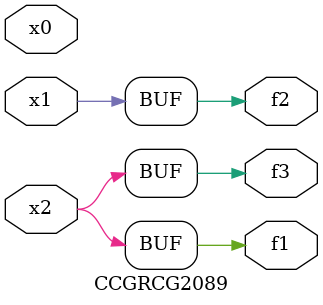
<source format=v>
module CCGRCG2089(
	input x0, x1, x2,
	output f1, f2, f3
);
	assign f1 = x2;
	assign f2 = x1;
	assign f3 = x2;
endmodule

</source>
